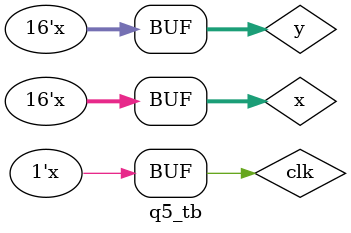
<source format=v>
module q5_tb;
    wire[15:0] r;
    reg [15:0] x,y;
    reg clk;

    initial 
    begin
        x = 2048;
        y = 1;
        clk = 0;
    end

    always
     #1 clk = ~clk;


    always
    begin
        #15 x = x+1;
        #15 y = y+1; 
    end
    
    q5 a(r, x, y, clk);

endmodule

</source>
